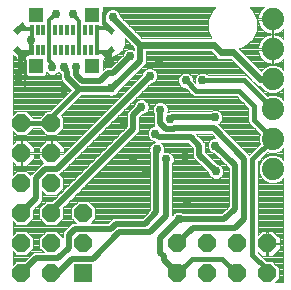
<source format=gbl>
G75*
%MOIN*%
%OFA0B0*%
%FSLAX25Y25*%
%IPPOS*%
%LPD*%
%AMOC8*
5,1,8,0,0,1.08239X$1,22.5*
%
%ADD10C,0.07400*%
%ADD11OC8,0.06000*%
%ADD12R,0.01181X0.03346*%
%ADD13R,0.04055X0.01969*%
%ADD14R,0.04756X0.04756*%
%ADD15R,0.06000X0.06000*%
%ADD16C,0.00400*%
%ADD17C,0.01200*%
%ADD18C,0.02978*%
%ADD19C,0.02000*%
%ADD20C,0.00800*%
%ADD21C,0.01600*%
%ADD22C,0.02400*%
D10*
X0098500Y0049500D03*
X0098500Y0059500D03*
X0098500Y0069500D03*
X0098500Y0079500D03*
X0098500Y0089500D03*
X0098500Y0099500D03*
D11*
X0014700Y0014800D03*
X0014700Y0024800D03*
X0014700Y0034800D03*
X0024700Y0034800D03*
X0024700Y0024800D03*
X0024700Y0014800D03*
X0035400Y0024800D03*
X0035400Y0034800D03*
X0024700Y0044800D03*
X0024700Y0054800D03*
X0024700Y0064800D03*
X0014700Y0064800D03*
X0014700Y0054800D03*
X0014700Y0044800D03*
X0066600Y0024700D03*
X0066600Y0014700D03*
X0076600Y0014700D03*
X0076600Y0024700D03*
X0086600Y0024700D03*
X0086600Y0014700D03*
X0096600Y0014700D03*
X0096600Y0024700D03*
D12*
X0039827Y0089132D03*
X0037858Y0089132D03*
X0035890Y0089132D03*
X0033921Y0089132D03*
X0031953Y0089132D03*
X0029984Y0089132D03*
X0028016Y0089132D03*
X0026047Y0089132D03*
X0024079Y0089132D03*
X0022110Y0089132D03*
X0020142Y0089132D03*
X0018173Y0089132D03*
X0018173Y0095668D03*
X0020142Y0095668D03*
X0022110Y0095668D03*
X0024079Y0095668D03*
X0026047Y0095668D03*
X0028016Y0095668D03*
X0029984Y0095668D03*
X0031953Y0095668D03*
X0033921Y0095668D03*
X0035890Y0095668D03*
X0037858Y0095668D03*
X0039827Y0095668D03*
D13*
G36*
X0042887Y0098377D02*
X0046037Y0095827D01*
X0044799Y0094297D01*
X0041649Y0096847D01*
X0042887Y0098377D01*
G37*
G36*
X0046037Y0088973D02*
X0042887Y0086423D01*
X0041649Y0087953D01*
X0044799Y0090503D01*
X0046037Y0088973D01*
G37*
G36*
X0013201Y0090503D02*
X0016351Y0087953D01*
X0015113Y0086423D01*
X0011963Y0088973D01*
X0013201Y0090503D01*
G37*
G36*
X0016391Y0096808D02*
X0013241Y0094258D01*
X0012003Y0095788D01*
X0015153Y0098338D01*
X0016391Y0096808D01*
G37*
D14*
X0019551Y0100865D03*
X0019551Y0083935D03*
X0038449Y0083935D03*
X0038449Y0100865D03*
D15*
X0035400Y0014800D03*
D16*
X0028500Y0026657D02*
X0026357Y0028800D01*
X0023043Y0028800D01*
X0020700Y0026457D01*
X0020700Y0023143D01*
X0022143Y0021700D01*
X0018772Y0021700D01*
X0017600Y0020528D01*
X0015872Y0018800D01*
X0013043Y0018800D01*
X0011800Y0017557D01*
X0011800Y0022043D01*
X0013043Y0020800D01*
X0016357Y0020800D01*
X0018700Y0023143D01*
X0018700Y0026457D01*
X0016357Y0028800D01*
X0013043Y0028800D01*
X0011800Y0027557D01*
X0011800Y0032043D01*
X0013043Y0030800D01*
X0016357Y0030800D01*
X0018700Y0033143D01*
X0018700Y0035972D01*
X0021700Y0038972D01*
X0021700Y0042143D01*
X0023043Y0040800D01*
X0026357Y0040800D01*
X0028700Y0043143D01*
X0028700Y0046457D01*
X0027443Y0047714D01*
X0028500Y0048772D01*
X0057839Y0078111D01*
X0057995Y0078111D01*
X0058910Y0078490D01*
X0059610Y0079190D01*
X0059989Y0080105D01*
X0059989Y0081095D01*
X0059610Y0082010D01*
X0058910Y0082710D01*
X0057995Y0083089D01*
X0057005Y0083089D01*
X0056090Y0082710D01*
X0055390Y0082010D01*
X0055011Y0081095D01*
X0055011Y0080939D01*
X0028672Y0054600D01*
X0024900Y0054600D01*
X0024900Y0055000D01*
X0024500Y0055000D01*
X0024500Y0059000D01*
X0022960Y0059000D01*
X0020500Y0056540D01*
X0020500Y0055000D01*
X0024500Y0055000D01*
X0024500Y0054600D01*
X0020500Y0054600D01*
X0020500Y0053060D01*
X0021960Y0051600D01*
X0021883Y0051600D01*
X0020712Y0050428D01*
X0018872Y0048588D01*
X0018872Y0048588D01*
X0017720Y0047437D01*
X0016357Y0048800D01*
X0013043Y0048800D01*
X0011800Y0047557D01*
X0011800Y0051760D01*
X0012960Y0050600D01*
X0014500Y0050600D01*
X0014500Y0054600D01*
X0014900Y0054600D01*
X0014900Y0055000D01*
X0014500Y0055000D01*
X0014500Y0059000D01*
X0012960Y0059000D01*
X0011800Y0057840D01*
X0011800Y0062043D01*
X0013043Y0060800D01*
X0016357Y0060800D01*
X0018557Y0063000D01*
X0020843Y0063000D01*
X0023043Y0060800D01*
X0026357Y0060800D01*
X0028700Y0063143D01*
X0028700Y0066457D01*
X0027821Y0067336D01*
X0034486Y0074000D01*
X0043990Y0074000D01*
X0044205Y0073911D01*
X0045195Y0073911D01*
X0045410Y0074000D01*
X0045480Y0074000D01*
X0045529Y0074049D01*
X0046110Y0074290D01*
X0046810Y0074990D01*
X0047051Y0075571D01*
X0056289Y0084809D01*
X0056289Y0088695D01*
X0077883Y0088695D01*
X0080378Y0086200D01*
X0084489Y0086200D01*
X0093389Y0077300D01*
X0094324Y0077300D01*
X0094516Y0076838D01*
X0095838Y0075516D01*
X0097565Y0074800D01*
X0099435Y0074800D01*
X0101162Y0075516D01*
X0102101Y0076454D01*
X0102101Y0072546D01*
X0101162Y0073484D01*
X0099435Y0074200D01*
X0097565Y0074200D01*
X0096703Y0073843D01*
X0090700Y0079846D01*
X0089646Y0080900D01*
X0076820Y0080900D01*
X0076510Y0081210D01*
X0075595Y0081589D01*
X0074605Y0081589D01*
X0073690Y0081210D01*
X0072990Y0080510D01*
X0072611Y0079595D01*
X0072611Y0078605D01*
X0072731Y0078314D01*
X0071989Y0079057D01*
X0071989Y0079495D01*
X0071610Y0080410D01*
X0070910Y0081110D01*
X0069995Y0081489D01*
X0069005Y0081489D01*
X0068090Y0081110D01*
X0067390Y0080410D01*
X0067011Y0079495D01*
X0067011Y0078505D01*
X0067390Y0077590D01*
X0068090Y0076890D01*
X0069005Y0076511D01*
X0069443Y0076511D01*
X0071100Y0074854D01*
X0072154Y0073800D01*
X0086454Y0073800D01*
X0090400Y0069854D01*
X0090400Y0065054D01*
X0091454Y0064000D01*
X0094157Y0061297D01*
X0093800Y0060435D01*
X0093800Y0058565D01*
X0094157Y0057703D01*
X0090641Y0054187D01*
X0089928Y0054900D01*
X0080377Y0064452D01*
X0080710Y0064590D01*
X0081410Y0065290D01*
X0081789Y0066205D01*
X0081789Y0067195D01*
X0081410Y0068110D01*
X0080710Y0068810D01*
X0079795Y0069189D01*
X0078805Y0069189D01*
X0077890Y0068810D01*
X0077780Y0068700D01*
X0063972Y0068700D01*
X0063861Y0068589D01*
X0063705Y0068589D01*
X0063336Y0068436D01*
X0063489Y0068805D01*
X0063489Y0069795D01*
X0063110Y0070710D01*
X0062410Y0071410D01*
X0061495Y0071789D01*
X0060505Y0071789D01*
X0059590Y0071410D01*
X0058890Y0070710D01*
X0058511Y0069795D01*
X0058511Y0068805D01*
X0058890Y0067890D01*
X0058911Y0067869D01*
X0058911Y0063909D01*
X0059031Y0063789D01*
X0058805Y0063789D01*
X0057890Y0063410D01*
X0057190Y0062710D01*
X0056811Y0061795D01*
X0056811Y0060805D01*
X0057190Y0059890D01*
X0057890Y0059190D01*
X0058805Y0058811D01*
X0058961Y0058811D01*
X0059318Y0058453D01*
X0058490Y0058110D01*
X0057790Y0057410D01*
X0057411Y0056495D01*
X0057411Y0055505D01*
X0057700Y0054807D01*
X0057700Y0035828D01*
X0055172Y0033300D01*
X0045412Y0033300D01*
X0043712Y0031600D01*
X0037857Y0031600D01*
X0039400Y0033143D01*
X0039400Y0036457D01*
X0037057Y0038800D01*
X0033743Y0038800D01*
X0031400Y0036457D01*
X0031400Y0033143D01*
X0032943Y0031600D01*
X0031672Y0031600D01*
X0029672Y0029600D01*
X0028500Y0028428D01*
X0028500Y0026657D01*
X0028500Y0026729D02*
X0028428Y0026729D01*
X0028500Y0027127D02*
X0028030Y0027127D01*
X0027631Y0027526D02*
X0028500Y0027526D01*
X0028500Y0027924D02*
X0027233Y0027924D01*
X0026834Y0028323D02*
X0028500Y0028323D01*
X0028793Y0028721D02*
X0026436Y0028721D01*
X0026357Y0030800D02*
X0028700Y0033143D01*
X0028700Y0036457D01*
X0028568Y0036589D01*
X0054089Y0062109D01*
X0054089Y0066761D01*
X0055039Y0067711D01*
X0055195Y0067711D01*
X0056110Y0068090D01*
X0056810Y0068790D01*
X0057189Y0069705D01*
X0057189Y0070695D01*
X0056810Y0071610D01*
X0056110Y0072310D01*
X0055195Y0072689D01*
X0054205Y0072689D01*
X0053290Y0072310D01*
X0052590Y0071610D01*
X0052211Y0070695D01*
X0052211Y0070539D01*
X0051261Y0069589D01*
X0050089Y0068417D01*
X0050089Y0063766D01*
X0025123Y0038800D01*
X0023043Y0038800D01*
X0020700Y0036457D01*
X0020700Y0033143D01*
X0023043Y0030800D01*
X0026357Y0030800D01*
X0026669Y0031112D02*
X0031184Y0031112D01*
X0031582Y0031511D02*
X0027068Y0031511D01*
X0027466Y0031909D02*
X0032634Y0031909D01*
X0032235Y0032308D02*
X0027865Y0032308D01*
X0028263Y0032706D02*
X0031837Y0032706D01*
X0031438Y0033105D02*
X0028662Y0033105D01*
X0028700Y0033503D02*
X0031400Y0033503D01*
X0031400Y0033902D02*
X0028700Y0033902D01*
X0028700Y0034300D02*
X0031400Y0034300D01*
X0031400Y0034699D02*
X0028700Y0034699D01*
X0028700Y0035097D02*
X0031400Y0035097D01*
X0031400Y0035496D02*
X0028700Y0035496D01*
X0028700Y0035894D02*
X0031400Y0035894D01*
X0031400Y0036293D02*
X0028700Y0036293D01*
X0028671Y0036691D02*
X0031634Y0036691D01*
X0032033Y0037090D02*
X0029070Y0037090D01*
X0029468Y0037488D02*
X0032432Y0037488D01*
X0032830Y0037887D02*
X0029867Y0037887D01*
X0030265Y0038285D02*
X0033229Y0038285D01*
X0033627Y0038684D02*
X0030664Y0038684D01*
X0031062Y0039082D02*
X0057700Y0039082D01*
X0057700Y0038684D02*
X0037173Y0038684D01*
X0037571Y0038285D02*
X0057700Y0038285D01*
X0057700Y0037887D02*
X0037970Y0037887D01*
X0038368Y0037488D02*
X0057700Y0037488D01*
X0057700Y0037090D02*
X0038767Y0037090D01*
X0039166Y0036691D02*
X0057700Y0036691D01*
X0057700Y0036293D02*
X0039400Y0036293D01*
X0039400Y0035894D02*
X0057700Y0035894D01*
X0057367Y0035496D02*
X0039400Y0035496D01*
X0039400Y0035097D02*
X0056969Y0035097D01*
X0056570Y0034699D02*
X0039400Y0034699D01*
X0039400Y0034300D02*
X0056172Y0034300D01*
X0055773Y0033902D02*
X0039400Y0033902D01*
X0039400Y0033503D02*
X0055375Y0033503D01*
X0057700Y0039481D02*
X0031461Y0039481D01*
X0031859Y0039879D02*
X0057700Y0039879D01*
X0057700Y0040278D02*
X0032258Y0040278D01*
X0032656Y0040676D02*
X0057700Y0040676D01*
X0057700Y0041075D02*
X0033055Y0041075D01*
X0033453Y0041473D02*
X0057700Y0041473D01*
X0057700Y0041872D02*
X0033852Y0041872D01*
X0034250Y0042270D02*
X0057700Y0042270D01*
X0057700Y0042669D02*
X0034649Y0042669D01*
X0035047Y0043068D02*
X0057700Y0043068D01*
X0057700Y0043466D02*
X0035446Y0043466D01*
X0035844Y0043865D02*
X0057700Y0043865D01*
X0057700Y0044263D02*
X0036243Y0044263D01*
X0036641Y0044662D02*
X0057700Y0044662D01*
X0057700Y0045060D02*
X0037040Y0045060D01*
X0037438Y0045459D02*
X0057700Y0045459D01*
X0057700Y0045857D02*
X0037837Y0045857D01*
X0038235Y0046256D02*
X0057700Y0046256D01*
X0057700Y0046654D02*
X0038634Y0046654D01*
X0039032Y0047053D02*
X0057700Y0047053D01*
X0057700Y0047451D02*
X0039431Y0047451D01*
X0039829Y0047850D02*
X0057700Y0047850D01*
X0057700Y0048248D02*
X0040228Y0048248D01*
X0040626Y0048647D02*
X0057700Y0048647D01*
X0057700Y0049045D02*
X0041025Y0049045D01*
X0041423Y0049444D02*
X0057700Y0049444D01*
X0057700Y0049842D02*
X0041822Y0049842D01*
X0042220Y0050241D02*
X0057700Y0050241D01*
X0057700Y0050639D02*
X0042619Y0050639D01*
X0043017Y0051038D02*
X0057700Y0051038D01*
X0057700Y0051436D02*
X0043416Y0051436D01*
X0043815Y0051835D02*
X0057700Y0051835D01*
X0057700Y0052233D02*
X0044213Y0052233D01*
X0044612Y0052632D02*
X0057700Y0052632D01*
X0057700Y0053030D02*
X0045010Y0053030D01*
X0045409Y0053429D02*
X0057700Y0053429D01*
X0057700Y0053827D02*
X0045807Y0053827D01*
X0046206Y0054226D02*
X0057700Y0054226D01*
X0057700Y0054624D02*
X0046604Y0054624D01*
X0047003Y0055023D02*
X0057611Y0055023D01*
X0057446Y0055421D02*
X0047401Y0055421D01*
X0047800Y0055820D02*
X0057411Y0055820D01*
X0057411Y0056218D02*
X0048198Y0056218D01*
X0048597Y0056617D02*
X0057461Y0056617D01*
X0057627Y0057015D02*
X0048995Y0057015D01*
X0049394Y0057414D02*
X0057794Y0057414D01*
X0058192Y0057812D02*
X0049792Y0057812D01*
X0050191Y0058211D02*
X0058734Y0058211D01*
X0059162Y0058609D02*
X0050589Y0058609D01*
X0050988Y0059008D02*
X0058329Y0059008D01*
X0057674Y0059406D02*
X0051386Y0059406D01*
X0051785Y0059805D02*
X0057275Y0059805D01*
X0057060Y0060203D02*
X0052183Y0060203D01*
X0052582Y0060602D02*
X0056895Y0060602D01*
X0056811Y0061001D02*
X0052980Y0061001D01*
X0053379Y0061399D02*
X0056811Y0061399D01*
X0056812Y0061798D02*
X0053777Y0061798D01*
X0054089Y0062196D02*
X0056977Y0062196D01*
X0057142Y0062595D02*
X0054089Y0062595D01*
X0054089Y0062993D02*
X0057473Y0062993D01*
X0057872Y0063392D02*
X0054089Y0063392D01*
X0054089Y0063790D02*
X0059030Y0063790D01*
X0058911Y0064189D02*
X0054089Y0064189D01*
X0054089Y0064587D02*
X0058911Y0064587D01*
X0058911Y0064986D02*
X0054089Y0064986D01*
X0054089Y0065384D02*
X0058911Y0065384D01*
X0058911Y0065783D02*
X0054089Y0065783D01*
X0054089Y0066181D02*
X0058911Y0066181D01*
X0058911Y0066580D02*
X0054089Y0066580D01*
X0054307Y0066978D02*
X0058911Y0066978D01*
X0058911Y0067377D02*
X0054705Y0067377D01*
X0055350Y0067775D02*
X0058911Y0067775D01*
X0058772Y0068174D02*
X0056194Y0068174D01*
X0056592Y0068572D02*
X0058607Y0068572D01*
X0058511Y0068971D02*
X0056885Y0068971D01*
X0057050Y0069369D02*
X0058511Y0069369D01*
X0058511Y0069768D02*
X0057189Y0069768D01*
X0057189Y0070166D02*
X0058665Y0070166D01*
X0058830Y0070565D02*
X0057189Y0070565D01*
X0057078Y0070963D02*
X0059143Y0070963D01*
X0059542Y0071362D02*
X0056913Y0071362D01*
X0056660Y0071760D02*
X0060436Y0071760D01*
X0061564Y0071760D02*
X0088494Y0071760D01*
X0088893Y0071362D02*
X0062458Y0071362D01*
X0062857Y0070963D02*
X0089291Y0070963D01*
X0089690Y0070565D02*
X0063170Y0070565D01*
X0063335Y0070166D02*
X0090088Y0070166D01*
X0090400Y0069768D02*
X0063489Y0069768D01*
X0063489Y0069369D02*
X0090400Y0069369D01*
X0090400Y0068971D02*
X0080322Y0068971D01*
X0080948Y0068572D02*
X0090400Y0068572D01*
X0090400Y0068174D02*
X0081346Y0068174D01*
X0081549Y0067775D02*
X0090400Y0067775D01*
X0090400Y0067377D02*
X0081714Y0067377D01*
X0081789Y0066978D02*
X0090400Y0066978D01*
X0090400Y0066580D02*
X0081789Y0066580D01*
X0081779Y0066181D02*
X0090400Y0066181D01*
X0090400Y0065783D02*
X0081614Y0065783D01*
X0081449Y0065384D02*
X0090400Y0065384D01*
X0090469Y0064986D02*
X0081106Y0064986D01*
X0080703Y0064587D02*
X0090867Y0064587D01*
X0091266Y0064189D02*
X0080640Y0064189D01*
X0081038Y0063790D02*
X0091664Y0063790D01*
X0092063Y0063392D02*
X0081437Y0063392D01*
X0081835Y0062993D02*
X0092461Y0062993D01*
X0092860Y0062595D02*
X0082234Y0062595D01*
X0082632Y0062196D02*
X0093258Y0062196D01*
X0093657Y0061798D02*
X0083031Y0061798D01*
X0083429Y0061399D02*
X0094055Y0061399D01*
X0094034Y0061001D02*
X0083828Y0061001D01*
X0084226Y0060602D02*
X0093869Y0060602D01*
X0093800Y0060203D02*
X0084625Y0060203D01*
X0085023Y0059805D02*
X0093800Y0059805D01*
X0093800Y0059406D02*
X0085422Y0059406D01*
X0085820Y0059008D02*
X0093800Y0059008D01*
X0093800Y0058609D02*
X0086219Y0058609D01*
X0086617Y0058211D02*
X0093947Y0058211D01*
X0094112Y0057812D02*
X0087016Y0057812D01*
X0087414Y0057414D02*
X0093868Y0057414D01*
X0093470Y0057015D02*
X0087813Y0057015D01*
X0088212Y0056617D02*
X0093071Y0056617D01*
X0092673Y0056218D02*
X0088610Y0056218D01*
X0089009Y0055820D02*
X0092274Y0055820D01*
X0091876Y0055421D02*
X0089407Y0055421D01*
X0089806Y0055023D02*
X0091477Y0055023D01*
X0091079Y0054624D02*
X0090204Y0054624D01*
X0090603Y0054226D02*
X0090680Y0054226D01*
X0093500Y0051954D02*
X0096703Y0055157D01*
X0097565Y0054800D01*
X0099435Y0054800D01*
X0101162Y0055516D01*
X0102101Y0056454D01*
X0102101Y0052546D01*
X0101162Y0053484D01*
X0099435Y0054200D01*
X0097565Y0054200D01*
X0095838Y0053484D01*
X0094516Y0052162D01*
X0093800Y0050435D01*
X0093800Y0048565D01*
X0094516Y0046838D01*
X0095838Y0045516D01*
X0097565Y0044800D01*
X0099435Y0044800D01*
X0101162Y0045516D01*
X0102101Y0046454D01*
X0102101Y0011800D01*
X0099357Y0011800D01*
X0100600Y0013043D01*
X0100600Y0016357D01*
X0098257Y0018700D01*
X0096446Y0018700D01*
X0093500Y0021646D01*
X0093500Y0021860D01*
X0094860Y0020500D01*
X0096400Y0020500D01*
X0096400Y0024500D01*
X0096800Y0024500D01*
X0096800Y0024900D01*
X0100800Y0024900D01*
X0100800Y0026440D01*
X0098340Y0028900D01*
X0096800Y0028900D01*
X0096800Y0024900D01*
X0096400Y0024900D01*
X0096400Y0028900D01*
X0094860Y0028900D01*
X0093500Y0027540D01*
X0093500Y0051954D01*
X0093500Y0051835D02*
X0094380Y0051835D01*
X0094215Y0051436D02*
X0093500Y0051436D01*
X0093500Y0051038D02*
X0094050Y0051038D01*
X0093885Y0050639D02*
X0093500Y0050639D01*
X0093500Y0050241D02*
X0093800Y0050241D01*
X0093800Y0049842D02*
X0093500Y0049842D01*
X0093500Y0049444D02*
X0093800Y0049444D01*
X0093800Y0049045D02*
X0093500Y0049045D01*
X0093500Y0048647D02*
X0093800Y0048647D01*
X0093931Y0048248D02*
X0093500Y0048248D01*
X0093500Y0047850D02*
X0094096Y0047850D01*
X0094261Y0047451D02*
X0093500Y0047451D01*
X0093500Y0047053D02*
X0094426Y0047053D01*
X0094699Y0046654D02*
X0093500Y0046654D01*
X0093500Y0046256D02*
X0095098Y0046256D01*
X0095496Y0045857D02*
X0093500Y0045857D01*
X0093500Y0045459D02*
X0095975Y0045459D01*
X0096937Y0045060D02*
X0093500Y0045060D01*
X0093500Y0044662D02*
X0102101Y0044662D01*
X0102101Y0045060D02*
X0100063Y0045060D01*
X0101025Y0045459D02*
X0102101Y0045459D01*
X0102101Y0045857D02*
X0101504Y0045857D01*
X0101902Y0046256D02*
X0102101Y0046256D01*
X0102101Y0044263D02*
X0093500Y0044263D01*
X0093500Y0043865D02*
X0102101Y0043865D01*
X0102101Y0043466D02*
X0093500Y0043466D01*
X0093500Y0043068D02*
X0102101Y0043068D01*
X0102101Y0042669D02*
X0093500Y0042669D01*
X0093500Y0042270D02*
X0102101Y0042270D01*
X0102101Y0041872D02*
X0093500Y0041872D01*
X0093500Y0041473D02*
X0102101Y0041473D01*
X0102101Y0041075D02*
X0093500Y0041075D01*
X0093500Y0040676D02*
X0102101Y0040676D01*
X0102101Y0040278D02*
X0093500Y0040278D01*
X0093500Y0039879D02*
X0102101Y0039879D01*
X0102101Y0039481D02*
X0093500Y0039481D01*
X0093500Y0039082D02*
X0102101Y0039082D01*
X0102101Y0038684D02*
X0093500Y0038684D01*
X0093500Y0038285D02*
X0102101Y0038285D01*
X0102101Y0037887D02*
X0093500Y0037887D01*
X0093500Y0037488D02*
X0102101Y0037488D01*
X0102101Y0037090D02*
X0093500Y0037090D01*
X0093500Y0036691D02*
X0102101Y0036691D01*
X0102101Y0036293D02*
X0093500Y0036293D01*
X0093500Y0035894D02*
X0102101Y0035894D01*
X0102101Y0035496D02*
X0093500Y0035496D01*
X0093500Y0035097D02*
X0102101Y0035097D01*
X0102101Y0034699D02*
X0093500Y0034699D01*
X0093500Y0034300D02*
X0102101Y0034300D01*
X0102101Y0033902D02*
X0093500Y0033902D01*
X0093500Y0033503D02*
X0102101Y0033503D01*
X0102101Y0033105D02*
X0093500Y0033105D01*
X0093500Y0032706D02*
X0102101Y0032706D01*
X0102101Y0032308D02*
X0093500Y0032308D01*
X0093500Y0031909D02*
X0102101Y0031909D01*
X0102101Y0031511D02*
X0093500Y0031511D01*
X0093500Y0031112D02*
X0102101Y0031112D01*
X0102101Y0030714D02*
X0093500Y0030714D01*
X0093500Y0030315D02*
X0102101Y0030315D01*
X0102101Y0029917D02*
X0093500Y0029917D01*
X0093500Y0029518D02*
X0102101Y0029518D01*
X0102101Y0029120D02*
X0093500Y0029120D01*
X0093500Y0028721D02*
X0094681Y0028721D01*
X0094283Y0028323D02*
X0093500Y0028323D01*
X0093500Y0027924D02*
X0093884Y0027924D01*
X0096400Y0027924D02*
X0096800Y0027924D01*
X0096800Y0027526D02*
X0096400Y0027526D01*
X0096400Y0027127D02*
X0096800Y0027127D01*
X0096800Y0026729D02*
X0096400Y0026729D01*
X0096400Y0026330D02*
X0096800Y0026330D01*
X0096800Y0025932D02*
X0096400Y0025932D01*
X0096400Y0025533D02*
X0096800Y0025533D01*
X0096800Y0025134D02*
X0096400Y0025134D01*
X0096800Y0024736D02*
X0102101Y0024736D01*
X0102101Y0025134D02*
X0100800Y0025134D01*
X0100800Y0025533D02*
X0102101Y0025533D01*
X0102101Y0025932D02*
X0100800Y0025932D01*
X0100800Y0026330D02*
X0102101Y0026330D01*
X0102101Y0026729D02*
X0100511Y0026729D01*
X0100113Y0027127D02*
X0102101Y0027127D01*
X0102101Y0027526D02*
X0099714Y0027526D01*
X0099316Y0027924D02*
X0102101Y0027924D01*
X0102101Y0028323D02*
X0098917Y0028323D01*
X0098519Y0028721D02*
X0102101Y0028721D01*
X0102101Y0024337D02*
X0100800Y0024337D01*
X0100800Y0024500D02*
X0096800Y0024500D01*
X0096800Y0020500D01*
X0098340Y0020500D01*
X0100800Y0022960D01*
X0100800Y0024500D01*
X0100800Y0023939D02*
X0102101Y0023939D01*
X0102101Y0023540D02*
X0100800Y0023540D01*
X0100800Y0023142D02*
X0102101Y0023142D01*
X0102101Y0022743D02*
X0100583Y0022743D01*
X0100185Y0022345D02*
X0102101Y0022345D01*
X0102101Y0021946D02*
X0099786Y0021946D01*
X0099388Y0021548D02*
X0102101Y0021548D01*
X0102101Y0021149D02*
X0098989Y0021149D01*
X0098591Y0020751D02*
X0102101Y0020751D01*
X0102101Y0020352D02*
X0094793Y0020352D01*
X0094609Y0020751D02*
X0094395Y0020751D01*
X0094211Y0021149D02*
X0093996Y0021149D01*
X0093812Y0021548D02*
X0093598Y0021548D01*
X0095192Y0019954D02*
X0102101Y0019954D01*
X0102101Y0019555D02*
X0095590Y0019555D01*
X0095989Y0019157D02*
X0102101Y0019157D01*
X0102101Y0018758D02*
X0096387Y0018758D01*
X0096400Y0020751D02*
X0096800Y0020751D01*
X0096800Y0021149D02*
X0096400Y0021149D01*
X0096400Y0021548D02*
X0096800Y0021548D01*
X0096800Y0021946D02*
X0096400Y0021946D01*
X0096400Y0022345D02*
X0096800Y0022345D01*
X0096800Y0022743D02*
X0096400Y0022743D01*
X0096400Y0023142D02*
X0096800Y0023142D01*
X0096800Y0023540D02*
X0096400Y0023540D01*
X0096400Y0023939D02*
X0096800Y0023939D01*
X0096800Y0024337D02*
X0096400Y0024337D01*
X0096400Y0028323D02*
X0096800Y0028323D01*
X0096800Y0028721D02*
X0096400Y0028721D01*
X0098597Y0018360D02*
X0102101Y0018360D01*
X0102101Y0017961D02*
X0098996Y0017961D01*
X0099394Y0017563D02*
X0102101Y0017563D01*
X0102101Y0017164D02*
X0099793Y0017164D01*
X0100191Y0016766D02*
X0102101Y0016766D01*
X0102101Y0016367D02*
X0100590Y0016367D01*
X0100600Y0015969D02*
X0102101Y0015969D01*
X0102101Y0015570D02*
X0100600Y0015570D01*
X0100600Y0015172D02*
X0102101Y0015172D01*
X0102101Y0014773D02*
X0100600Y0014773D01*
X0100600Y0014375D02*
X0102101Y0014375D01*
X0102101Y0013976D02*
X0100600Y0013976D01*
X0100600Y0013578D02*
X0102101Y0013578D01*
X0102101Y0013179D02*
X0100600Y0013179D01*
X0100337Y0012781D02*
X0102101Y0012781D01*
X0102101Y0012382D02*
X0099939Y0012382D01*
X0099540Y0011984D02*
X0102101Y0011984D01*
X0081572Y0034700D02*
X0072046Y0034700D01*
X0071035Y0034719D01*
X0070103Y0034737D01*
X0070103Y0034737D01*
X0070103Y0034737D01*
X0070065Y0034700D01*
X0068820Y0034700D01*
X0068610Y0034910D01*
X0067695Y0035289D01*
X0066705Y0035289D01*
X0065790Y0034910D01*
X0065090Y0034210D01*
X0065000Y0033993D01*
X0065000Y0051280D01*
X0065110Y0051390D01*
X0065489Y0052305D01*
X0065489Y0053295D01*
X0065110Y0054210D01*
X0064410Y0054910D01*
X0063495Y0055289D01*
X0062505Y0055289D01*
X0062257Y0055186D01*
X0062389Y0055505D01*
X0062389Y0056495D01*
X0062010Y0057410D01*
X0061409Y0058011D01*
X0070361Y0058011D01*
X0072000Y0056372D01*
X0072000Y0053472D01*
X0073172Y0052300D01*
X0077111Y0048361D01*
X0077111Y0048205D01*
X0077490Y0047290D01*
X0078190Y0046590D01*
X0079105Y0046211D01*
X0080095Y0046211D01*
X0081010Y0046590D01*
X0081710Y0047290D01*
X0082089Y0048205D01*
X0082089Y0049195D01*
X0081710Y0050110D01*
X0081010Y0050810D01*
X0080095Y0051189D01*
X0079939Y0051189D01*
X0076000Y0055128D01*
X0076000Y0058028D01*
X0073189Y0060839D01*
X0073028Y0061000D01*
X0078172Y0061000D01*
X0079383Y0059789D01*
X0078905Y0059789D01*
X0077990Y0059410D01*
X0077290Y0058710D01*
X0076911Y0057795D01*
X0076911Y0056805D01*
X0077290Y0055890D01*
X0077990Y0055190D01*
X0078905Y0054811D01*
X0079061Y0054811D01*
X0084000Y0049872D01*
X0084000Y0037128D01*
X0081572Y0034700D01*
X0081969Y0035097D02*
X0068158Y0035097D01*
X0066242Y0035097D02*
X0065000Y0035097D01*
X0065000Y0034699D02*
X0065579Y0034699D01*
X0065180Y0034300D02*
X0065000Y0034300D01*
X0065000Y0035496D02*
X0082367Y0035496D01*
X0082766Y0035894D02*
X0065000Y0035894D01*
X0065000Y0036293D02*
X0083164Y0036293D01*
X0083563Y0036691D02*
X0065000Y0036691D01*
X0065000Y0037090D02*
X0083961Y0037090D01*
X0084000Y0037488D02*
X0065000Y0037488D01*
X0065000Y0037887D02*
X0084000Y0037887D01*
X0084000Y0038285D02*
X0065000Y0038285D01*
X0065000Y0038684D02*
X0084000Y0038684D01*
X0084000Y0039082D02*
X0065000Y0039082D01*
X0065000Y0039481D02*
X0084000Y0039481D01*
X0084000Y0039879D02*
X0065000Y0039879D01*
X0065000Y0040278D02*
X0084000Y0040278D01*
X0084000Y0040676D02*
X0065000Y0040676D01*
X0065000Y0041075D02*
X0084000Y0041075D01*
X0084000Y0041473D02*
X0065000Y0041473D01*
X0065000Y0041872D02*
X0084000Y0041872D01*
X0084000Y0042270D02*
X0065000Y0042270D01*
X0065000Y0042669D02*
X0084000Y0042669D01*
X0084000Y0043068D02*
X0065000Y0043068D01*
X0065000Y0043466D02*
X0084000Y0043466D01*
X0084000Y0043865D02*
X0065000Y0043865D01*
X0065000Y0044263D02*
X0084000Y0044263D01*
X0084000Y0044662D02*
X0065000Y0044662D01*
X0065000Y0045060D02*
X0084000Y0045060D01*
X0084000Y0045459D02*
X0065000Y0045459D01*
X0065000Y0045857D02*
X0084000Y0045857D01*
X0084000Y0046256D02*
X0080203Y0046256D01*
X0081074Y0046654D02*
X0084000Y0046654D01*
X0084000Y0047053D02*
X0081473Y0047053D01*
X0081777Y0047451D02*
X0084000Y0047451D01*
X0084000Y0047850D02*
X0081942Y0047850D01*
X0082089Y0048248D02*
X0084000Y0048248D01*
X0084000Y0048647D02*
X0082089Y0048647D01*
X0082089Y0049045D02*
X0084000Y0049045D01*
X0084000Y0049444D02*
X0081986Y0049444D01*
X0081821Y0049842D02*
X0084000Y0049842D01*
X0083631Y0050241D02*
X0081579Y0050241D01*
X0081181Y0050639D02*
X0083232Y0050639D01*
X0082834Y0051038D02*
X0080460Y0051038D01*
X0079692Y0051436D02*
X0082435Y0051436D01*
X0082037Y0051835D02*
X0079294Y0051835D01*
X0078895Y0052233D02*
X0081638Y0052233D01*
X0081240Y0052632D02*
X0078497Y0052632D01*
X0078098Y0053030D02*
X0080841Y0053030D01*
X0080443Y0053429D02*
X0077700Y0053429D01*
X0077301Y0053827D02*
X0080044Y0053827D01*
X0079646Y0054226D02*
X0076903Y0054226D01*
X0076504Y0054624D02*
X0079247Y0054624D01*
X0078394Y0055023D02*
X0076106Y0055023D01*
X0076000Y0055421D02*
X0077759Y0055421D01*
X0077360Y0055820D02*
X0076000Y0055820D01*
X0076000Y0056218D02*
X0077154Y0056218D01*
X0076989Y0056617D02*
X0076000Y0056617D01*
X0076000Y0057015D02*
X0076911Y0057015D01*
X0076911Y0057414D02*
X0076000Y0057414D01*
X0076000Y0057812D02*
X0076918Y0057812D01*
X0077083Y0058211D02*
X0075817Y0058211D01*
X0075419Y0058609D02*
X0077248Y0058609D01*
X0077588Y0059008D02*
X0075020Y0059008D01*
X0074622Y0059406D02*
X0077987Y0059406D01*
X0078968Y0060203D02*
X0073825Y0060203D01*
X0074223Y0059805D02*
X0079367Y0059805D01*
X0078570Y0060602D02*
X0073426Y0060602D01*
X0070559Y0057812D02*
X0061607Y0057812D01*
X0062006Y0057414D02*
X0070958Y0057414D01*
X0071356Y0057015D02*
X0062173Y0057015D01*
X0062339Y0056617D02*
X0071755Y0056617D01*
X0072000Y0056218D02*
X0062389Y0056218D01*
X0062389Y0055820D02*
X0072000Y0055820D01*
X0072000Y0055421D02*
X0062354Y0055421D01*
X0064138Y0055023D02*
X0072000Y0055023D01*
X0072000Y0054624D02*
X0064696Y0054624D01*
X0065094Y0054226D02*
X0072000Y0054226D01*
X0072000Y0053827D02*
X0065269Y0053827D01*
X0065434Y0053429D02*
X0072043Y0053429D01*
X0072441Y0053030D02*
X0065489Y0053030D01*
X0065489Y0052632D02*
X0072840Y0052632D01*
X0073238Y0052233D02*
X0065459Y0052233D01*
X0065294Y0051835D02*
X0073637Y0051835D01*
X0074035Y0051436D02*
X0065129Y0051436D01*
X0065000Y0051038D02*
X0074434Y0051038D01*
X0074832Y0050639D02*
X0065000Y0050639D01*
X0065000Y0050241D02*
X0075231Y0050241D01*
X0075629Y0049842D02*
X0065000Y0049842D01*
X0065000Y0049444D02*
X0076028Y0049444D01*
X0076426Y0049045D02*
X0065000Y0049045D01*
X0065000Y0048647D02*
X0076825Y0048647D01*
X0077111Y0048248D02*
X0065000Y0048248D01*
X0065000Y0047850D02*
X0077258Y0047850D01*
X0077423Y0047451D02*
X0065000Y0047451D01*
X0065000Y0047053D02*
X0077727Y0047053D01*
X0078126Y0046654D02*
X0065000Y0046654D01*
X0065000Y0046256D02*
X0078997Y0046256D01*
X0093779Y0052233D02*
X0094586Y0052233D01*
X0094985Y0052632D02*
X0094177Y0052632D01*
X0094576Y0053030D02*
X0095383Y0053030D01*
X0095782Y0053429D02*
X0094974Y0053429D01*
X0095373Y0053827D02*
X0096665Y0053827D01*
X0096170Y0054624D02*
X0102101Y0054624D01*
X0102101Y0054226D02*
X0095771Y0054226D01*
X0096568Y0055023D02*
X0097027Y0055023D01*
X0099973Y0055023D02*
X0102101Y0055023D01*
X0102101Y0055421D02*
X0100935Y0055421D01*
X0101467Y0055820D02*
X0102101Y0055820D01*
X0102101Y0056218D02*
X0101865Y0056218D01*
X0102101Y0053827D02*
X0100335Y0053827D01*
X0101218Y0053429D02*
X0102101Y0053429D01*
X0102101Y0053030D02*
X0101616Y0053030D01*
X0102015Y0052632D02*
X0102101Y0052632D01*
X0102089Y0072557D02*
X0102101Y0072557D01*
X0102101Y0072956D02*
X0101691Y0072956D01*
X0101292Y0073354D02*
X0102101Y0073354D01*
X0102101Y0073753D02*
X0100514Y0073753D01*
X0099552Y0074151D02*
X0102101Y0074151D01*
X0102101Y0074550D02*
X0095996Y0074550D01*
X0096394Y0074151D02*
X0097448Y0074151D01*
X0097207Y0074948D02*
X0095597Y0074948D01*
X0095199Y0075347D02*
X0096245Y0075347D01*
X0095608Y0075745D02*
X0094800Y0075745D01*
X0094402Y0076144D02*
X0095209Y0076144D01*
X0094811Y0076542D02*
X0094003Y0076542D01*
X0093605Y0076941D02*
X0094473Y0076941D01*
X0093349Y0077339D02*
X0093206Y0077339D01*
X0092951Y0077738D02*
X0092808Y0077738D01*
X0092552Y0078137D02*
X0092409Y0078137D01*
X0092154Y0078535D02*
X0092011Y0078535D01*
X0091755Y0078934D02*
X0091612Y0078934D01*
X0091357Y0079332D02*
X0091214Y0079332D01*
X0090958Y0079731D02*
X0090815Y0079731D01*
X0090560Y0080129D02*
X0090417Y0080129D01*
X0090161Y0080528D02*
X0090018Y0080528D01*
X0089763Y0080926D02*
X0076794Y0080926D01*
X0076233Y0081325D02*
X0089364Y0081325D01*
X0088966Y0081723D02*
X0059729Y0081723D01*
X0059894Y0081325D02*
X0068608Y0081325D01*
X0067906Y0080926D02*
X0059989Y0080926D01*
X0059989Y0080528D02*
X0067508Y0080528D01*
X0067274Y0080129D02*
X0059989Y0080129D01*
X0059834Y0079731D02*
X0067109Y0079731D01*
X0067011Y0079332D02*
X0059669Y0079332D01*
X0059353Y0078934D02*
X0067011Y0078934D01*
X0067011Y0078535D02*
X0058955Y0078535D01*
X0058057Y0078137D02*
X0067164Y0078137D01*
X0067329Y0077738D02*
X0057466Y0077738D01*
X0057068Y0077339D02*
X0067641Y0077339D01*
X0068039Y0076941D02*
X0056669Y0076941D01*
X0056271Y0076542D02*
X0068929Y0076542D01*
X0069810Y0076144D02*
X0055872Y0076144D01*
X0055474Y0075745D02*
X0070209Y0075745D01*
X0070607Y0075347D02*
X0055075Y0075347D01*
X0054677Y0074948D02*
X0071006Y0074948D01*
X0071405Y0074550D02*
X0054278Y0074550D01*
X0053880Y0074151D02*
X0071803Y0074151D01*
X0072511Y0078535D02*
X0072640Y0078535D01*
X0072611Y0078934D02*
X0072112Y0078934D01*
X0071989Y0079332D02*
X0072611Y0079332D01*
X0072667Y0079731D02*
X0071891Y0079731D01*
X0071726Y0080129D02*
X0072832Y0080129D01*
X0073008Y0080528D02*
X0071492Y0080528D01*
X0071094Y0080926D02*
X0073406Y0080926D01*
X0073967Y0081325D02*
X0070392Y0081325D01*
X0078080Y0088498D02*
X0056289Y0088498D01*
X0056289Y0088099D02*
X0078479Y0088099D01*
X0078877Y0087701D02*
X0056289Y0087701D01*
X0056289Y0087302D02*
X0079276Y0087302D01*
X0079674Y0086904D02*
X0056289Y0086904D01*
X0056289Y0086505D02*
X0080073Y0086505D01*
X0084582Y0086107D02*
X0056289Y0086107D01*
X0056289Y0085708D02*
X0084980Y0085708D01*
X0085379Y0085310D02*
X0056289Y0085310D01*
X0056289Y0084911D02*
X0085778Y0084911D01*
X0086176Y0084513D02*
X0055992Y0084513D01*
X0055594Y0084114D02*
X0086575Y0084114D01*
X0086973Y0083716D02*
X0055195Y0083716D01*
X0054797Y0083317D02*
X0087372Y0083317D01*
X0087770Y0082919D02*
X0058406Y0082919D01*
X0059100Y0082520D02*
X0088169Y0082520D01*
X0088567Y0082122D02*
X0059498Y0082122D01*
X0056594Y0082919D02*
X0054398Y0082919D01*
X0054000Y0082520D02*
X0055900Y0082520D01*
X0055502Y0082122D02*
X0053601Y0082122D01*
X0053203Y0081723D02*
X0055271Y0081723D01*
X0055106Y0081325D02*
X0052804Y0081325D01*
X0052406Y0080926D02*
X0054998Y0080926D01*
X0054599Y0080528D02*
X0052007Y0080528D01*
X0051609Y0080129D02*
X0054201Y0080129D01*
X0053802Y0079731D02*
X0051210Y0079731D01*
X0050812Y0079332D02*
X0053404Y0079332D01*
X0053005Y0078934D02*
X0050413Y0078934D01*
X0050015Y0078535D02*
X0052607Y0078535D01*
X0052208Y0078137D02*
X0049616Y0078137D01*
X0049218Y0077738D02*
X0051810Y0077738D01*
X0051411Y0077339D02*
X0048819Y0077339D01*
X0048421Y0076941D02*
X0051013Y0076941D01*
X0050614Y0076542D02*
X0048022Y0076542D01*
X0047624Y0076144D02*
X0050216Y0076144D01*
X0049817Y0075745D02*
X0047225Y0075745D01*
X0046958Y0075347D02*
X0049419Y0075347D01*
X0049020Y0074948D02*
X0046768Y0074948D01*
X0046370Y0074550D02*
X0048621Y0074550D01*
X0048223Y0074151D02*
X0045775Y0074151D01*
X0047027Y0072956D02*
X0033442Y0072956D01*
X0033840Y0073354D02*
X0047426Y0073354D01*
X0047824Y0073753D02*
X0034239Y0073753D01*
X0033043Y0072557D02*
X0046629Y0072557D01*
X0046230Y0072159D02*
X0032645Y0072159D01*
X0032246Y0071760D02*
X0045832Y0071760D01*
X0045433Y0071362D02*
X0031848Y0071362D01*
X0031449Y0070963D02*
X0045035Y0070963D01*
X0044636Y0070565D02*
X0031051Y0070565D01*
X0030652Y0070166D02*
X0044238Y0070166D01*
X0043839Y0069768D02*
X0030254Y0069768D01*
X0029855Y0069369D02*
X0043441Y0069369D01*
X0043042Y0068971D02*
X0029456Y0068971D01*
X0029058Y0068572D02*
X0042644Y0068572D01*
X0042245Y0068174D02*
X0028659Y0068174D01*
X0028261Y0067775D02*
X0041847Y0067775D01*
X0041448Y0067377D02*
X0027862Y0067377D01*
X0028179Y0066978D02*
X0041050Y0066978D01*
X0040651Y0066580D02*
X0028577Y0066580D01*
X0028700Y0066181D02*
X0040253Y0066181D01*
X0039854Y0065783D02*
X0028700Y0065783D01*
X0028700Y0065384D02*
X0039456Y0065384D01*
X0039057Y0064986D02*
X0028700Y0064986D01*
X0028700Y0064587D02*
X0038659Y0064587D01*
X0038260Y0064189D02*
X0028700Y0064189D01*
X0028700Y0063790D02*
X0037862Y0063790D01*
X0037463Y0063392D02*
X0028700Y0063392D01*
X0028550Y0062993D02*
X0037065Y0062993D01*
X0036666Y0062595D02*
X0028151Y0062595D01*
X0027753Y0062196D02*
X0036268Y0062196D01*
X0035869Y0061798D02*
X0027354Y0061798D01*
X0026956Y0061399D02*
X0035471Y0061399D01*
X0035072Y0061001D02*
X0026557Y0061001D01*
X0026440Y0059000D02*
X0024900Y0059000D01*
X0024900Y0055000D01*
X0028900Y0055000D01*
X0028900Y0056540D01*
X0026440Y0059000D01*
X0026830Y0058609D02*
X0032681Y0058609D01*
X0032283Y0058211D02*
X0027229Y0058211D01*
X0027627Y0057812D02*
X0031884Y0057812D01*
X0031485Y0057414D02*
X0028026Y0057414D01*
X0028424Y0057015D02*
X0031087Y0057015D01*
X0030688Y0056617D02*
X0028823Y0056617D01*
X0028900Y0056218D02*
X0030290Y0056218D01*
X0029891Y0055820D02*
X0028900Y0055820D01*
X0028900Y0055421D02*
X0029493Y0055421D01*
X0029094Y0055023D02*
X0028900Y0055023D01*
X0028696Y0054624D02*
X0024900Y0054624D01*
X0024900Y0055023D02*
X0024500Y0055023D01*
X0024500Y0055421D02*
X0024900Y0055421D01*
X0024900Y0055820D02*
X0024500Y0055820D01*
X0024500Y0056218D02*
X0024900Y0056218D01*
X0024900Y0056617D02*
X0024500Y0056617D01*
X0024500Y0057015D02*
X0024900Y0057015D01*
X0024900Y0057414D02*
X0024500Y0057414D01*
X0024500Y0057812D02*
X0024900Y0057812D01*
X0024900Y0058211D02*
X0024500Y0058211D01*
X0024500Y0058609D02*
X0024900Y0058609D01*
X0022570Y0058609D02*
X0016830Y0058609D01*
X0016440Y0059000D02*
X0014900Y0059000D01*
X0014900Y0055000D01*
X0018900Y0055000D01*
X0018900Y0056540D01*
X0016440Y0059000D01*
X0017229Y0058211D02*
X0022171Y0058211D01*
X0021773Y0057812D02*
X0017627Y0057812D01*
X0018026Y0057414D02*
X0021374Y0057414D01*
X0020976Y0057015D02*
X0018424Y0057015D01*
X0018823Y0056617D02*
X0020577Y0056617D01*
X0020500Y0056218D02*
X0018900Y0056218D01*
X0018900Y0055820D02*
X0020500Y0055820D01*
X0020500Y0055421D02*
X0018900Y0055421D01*
X0018900Y0055023D02*
X0020500Y0055023D01*
X0020500Y0054226D02*
X0018900Y0054226D01*
X0018900Y0054600D02*
X0018900Y0053060D01*
X0016440Y0050600D01*
X0014900Y0050600D01*
X0014900Y0054600D01*
X0018900Y0054600D01*
X0018900Y0053827D02*
X0020500Y0053827D01*
X0020500Y0053429D02*
X0018900Y0053429D01*
X0018870Y0053030D02*
X0020530Y0053030D01*
X0020929Y0052632D02*
X0018471Y0052632D01*
X0018073Y0052233D02*
X0021327Y0052233D01*
X0021726Y0051835D02*
X0017674Y0051835D01*
X0017276Y0051436D02*
X0021720Y0051436D01*
X0021321Y0051038D02*
X0016877Y0051038D01*
X0016479Y0050639D02*
X0020923Y0050639D01*
X0020712Y0050428D02*
X0020712Y0050428D01*
X0020524Y0050241D02*
X0011800Y0050241D01*
X0011800Y0050639D02*
X0012921Y0050639D01*
X0012523Y0051038D02*
X0011800Y0051038D01*
X0011800Y0051436D02*
X0012124Y0051436D01*
X0011800Y0049842D02*
X0020126Y0049842D01*
X0019727Y0049444D02*
X0011800Y0049444D01*
X0011800Y0049045D02*
X0019329Y0049045D01*
X0018930Y0048647D02*
X0016510Y0048647D01*
X0016909Y0048248D02*
X0018532Y0048248D01*
X0018133Y0047850D02*
X0017307Y0047850D01*
X0017706Y0047451D02*
X0017734Y0047451D01*
X0014900Y0050639D02*
X0014500Y0050639D01*
X0014500Y0051038D02*
X0014900Y0051038D01*
X0014900Y0051436D02*
X0014500Y0051436D01*
X0014500Y0051835D02*
X0014900Y0051835D01*
X0014900Y0052233D02*
X0014500Y0052233D01*
X0014500Y0052632D02*
X0014900Y0052632D01*
X0014900Y0053030D02*
X0014500Y0053030D01*
X0014500Y0053429D02*
X0014900Y0053429D01*
X0014900Y0053827D02*
X0014500Y0053827D01*
X0014500Y0054226D02*
X0014900Y0054226D01*
X0014900Y0054624D02*
X0024500Y0054624D01*
X0029571Y0049842D02*
X0036165Y0049842D01*
X0035767Y0049444D02*
X0029172Y0049444D01*
X0028774Y0049045D02*
X0035368Y0049045D01*
X0034970Y0048647D02*
X0028375Y0048647D01*
X0027977Y0048248D02*
X0034571Y0048248D01*
X0034173Y0047850D02*
X0027578Y0047850D01*
X0027706Y0047451D02*
X0033774Y0047451D01*
X0033376Y0047053D02*
X0028104Y0047053D01*
X0028503Y0046654D02*
X0032977Y0046654D01*
X0032579Y0046256D02*
X0028700Y0046256D01*
X0028700Y0045857D02*
X0032180Y0045857D01*
X0031781Y0045459D02*
X0028700Y0045459D01*
X0028700Y0045060D02*
X0031383Y0045060D01*
X0030984Y0044662D02*
X0028700Y0044662D01*
X0028700Y0044263D02*
X0030586Y0044263D01*
X0030187Y0043865D02*
X0028700Y0043865D01*
X0028700Y0043466D02*
X0029789Y0043466D01*
X0029390Y0043068D02*
X0028624Y0043068D01*
X0028992Y0042669D02*
X0028226Y0042669D01*
X0028593Y0042270D02*
X0027827Y0042270D01*
X0028195Y0041872D02*
X0027429Y0041872D01*
X0027796Y0041473D02*
X0027030Y0041473D01*
X0027398Y0041075D02*
X0026632Y0041075D01*
X0026999Y0040676D02*
X0021700Y0040676D01*
X0021700Y0040278D02*
X0026601Y0040278D01*
X0026202Y0039879D02*
X0021700Y0039879D01*
X0021700Y0039481D02*
X0025804Y0039481D01*
X0025405Y0039082D02*
X0021700Y0039082D01*
X0021412Y0038684D02*
X0022927Y0038684D01*
X0022529Y0038285D02*
X0021014Y0038285D01*
X0020615Y0037887D02*
X0022130Y0037887D01*
X0021732Y0037488D02*
X0020217Y0037488D01*
X0019818Y0037090D02*
X0021333Y0037090D01*
X0020934Y0036691D02*
X0019420Y0036691D01*
X0019021Y0036293D02*
X0020700Y0036293D01*
X0020700Y0035894D02*
X0018700Y0035894D01*
X0018700Y0035496D02*
X0020700Y0035496D01*
X0020700Y0035097D02*
X0018700Y0035097D01*
X0018700Y0034699D02*
X0020700Y0034699D01*
X0020700Y0034300D02*
X0018700Y0034300D01*
X0018700Y0033902D02*
X0020700Y0033902D01*
X0020700Y0033503D02*
X0018700Y0033503D01*
X0018662Y0033105D02*
X0020738Y0033105D01*
X0021137Y0032706D02*
X0018263Y0032706D01*
X0017865Y0032308D02*
X0021535Y0032308D01*
X0021934Y0031909D02*
X0017466Y0031909D01*
X0017068Y0031511D02*
X0022332Y0031511D01*
X0022731Y0031112D02*
X0016669Y0031112D01*
X0016436Y0028721D02*
X0022964Y0028721D01*
X0022566Y0028323D02*
X0016834Y0028323D01*
X0017233Y0027924D02*
X0022167Y0027924D01*
X0021769Y0027526D02*
X0017631Y0027526D01*
X0018030Y0027127D02*
X0021370Y0027127D01*
X0020972Y0026729D02*
X0018428Y0026729D01*
X0018700Y0026330D02*
X0020700Y0026330D01*
X0020700Y0025932D02*
X0018700Y0025932D01*
X0018700Y0025533D02*
X0020700Y0025533D01*
X0020700Y0025134D02*
X0018700Y0025134D01*
X0018700Y0024736D02*
X0020700Y0024736D01*
X0020700Y0024337D02*
X0018700Y0024337D01*
X0018700Y0023939D02*
X0020700Y0023939D01*
X0020700Y0023540D02*
X0018700Y0023540D01*
X0018699Y0023142D02*
X0020701Y0023142D01*
X0021100Y0022743D02*
X0018300Y0022743D01*
X0017902Y0022345D02*
X0021498Y0022345D01*
X0021897Y0021946D02*
X0017503Y0021946D01*
X0017105Y0021548D02*
X0018619Y0021548D01*
X0018221Y0021149D02*
X0016706Y0021149D01*
X0017424Y0020352D02*
X0011800Y0020352D01*
X0011800Y0019954D02*
X0017025Y0019954D01*
X0016627Y0019555D02*
X0011800Y0019555D01*
X0011800Y0019157D02*
X0016228Y0019157D01*
X0017600Y0020528D02*
X0017600Y0020528D01*
X0017822Y0020751D02*
X0011800Y0020751D01*
X0011800Y0021149D02*
X0012694Y0021149D01*
X0012295Y0021548D02*
X0011800Y0021548D01*
X0011800Y0021946D02*
X0011897Y0021946D01*
X0011800Y0018758D02*
X0013001Y0018758D01*
X0012603Y0018360D02*
X0011800Y0018360D01*
X0011800Y0017961D02*
X0012204Y0017961D01*
X0011806Y0017563D02*
X0011800Y0017563D01*
X0011800Y0027924D02*
X0012167Y0027924D01*
X0011800Y0028323D02*
X0012566Y0028323D01*
X0012964Y0028721D02*
X0011800Y0028721D01*
X0011800Y0029120D02*
X0029191Y0029120D01*
X0029590Y0029518D02*
X0011800Y0029518D01*
X0011800Y0029917D02*
X0029988Y0029917D01*
X0030387Y0030315D02*
X0011800Y0030315D01*
X0011800Y0030714D02*
X0030785Y0030714D01*
X0038166Y0031909D02*
X0044021Y0031909D01*
X0044419Y0032308D02*
X0038565Y0032308D01*
X0038963Y0032706D02*
X0044818Y0032706D01*
X0045216Y0033105D02*
X0039362Y0033105D01*
X0022768Y0041075D02*
X0021700Y0041075D01*
X0021700Y0041473D02*
X0022370Y0041473D01*
X0021971Y0041872D02*
X0021700Y0041872D01*
X0029969Y0050241D02*
X0036564Y0050241D01*
X0036962Y0050639D02*
X0030368Y0050639D01*
X0030766Y0051038D02*
X0037361Y0051038D01*
X0037759Y0051436D02*
X0031165Y0051436D01*
X0031563Y0051835D02*
X0038158Y0051835D01*
X0038556Y0052233D02*
X0031962Y0052233D01*
X0032360Y0052632D02*
X0038955Y0052632D01*
X0039353Y0053030D02*
X0032759Y0053030D01*
X0033157Y0053429D02*
X0039752Y0053429D01*
X0040150Y0053827D02*
X0033556Y0053827D01*
X0033954Y0054226D02*
X0040549Y0054226D01*
X0040947Y0054624D02*
X0034353Y0054624D01*
X0034751Y0055023D02*
X0041346Y0055023D01*
X0041744Y0055421D02*
X0035150Y0055421D01*
X0035548Y0055820D02*
X0042143Y0055820D01*
X0042541Y0056218D02*
X0035947Y0056218D01*
X0036345Y0056617D02*
X0042940Y0056617D01*
X0043338Y0057015D02*
X0036744Y0057015D01*
X0037142Y0057414D02*
X0043737Y0057414D01*
X0044135Y0057812D02*
X0037541Y0057812D01*
X0037939Y0058211D02*
X0044534Y0058211D01*
X0044932Y0058609D02*
X0038338Y0058609D01*
X0038736Y0059008D02*
X0045331Y0059008D01*
X0045729Y0059406D02*
X0039135Y0059406D01*
X0039533Y0059805D02*
X0046128Y0059805D01*
X0046526Y0060203D02*
X0039932Y0060203D01*
X0040330Y0060602D02*
X0046925Y0060602D01*
X0047323Y0061001D02*
X0040729Y0061001D01*
X0041127Y0061399D02*
X0047722Y0061399D01*
X0048120Y0061798D02*
X0041526Y0061798D01*
X0041924Y0062196D02*
X0048519Y0062196D01*
X0048917Y0062595D02*
X0042323Y0062595D01*
X0042721Y0062993D02*
X0049316Y0062993D01*
X0049714Y0063392D02*
X0043120Y0063392D01*
X0043519Y0063790D02*
X0050089Y0063790D01*
X0050089Y0064189D02*
X0043917Y0064189D01*
X0044316Y0064587D02*
X0050089Y0064587D01*
X0050089Y0064986D02*
X0044714Y0064986D01*
X0045113Y0065384D02*
X0050089Y0065384D01*
X0050089Y0065783D02*
X0045511Y0065783D01*
X0045910Y0066181D02*
X0050089Y0066181D01*
X0050089Y0066580D02*
X0046308Y0066580D01*
X0046707Y0066978D02*
X0050089Y0066978D01*
X0050089Y0067377D02*
X0047105Y0067377D01*
X0047504Y0067775D02*
X0050089Y0067775D01*
X0050089Y0068174D02*
X0047902Y0068174D01*
X0048301Y0068572D02*
X0050244Y0068572D01*
X0050642Y0068971D02*
X0048699Y0068971D01*
X0049098Y0069369D02*
X0051041Y0069369D01*
X0051439Y0069768D02*
X0049496Y0069768D01*
X0049895Y0070166D02*
X0051838Y0070166D01*
X0052211Y0070565D02*
X0050293Y0070565D01*
X0050692Y0070963D02*
X0052322Y0070963D01*
X0052487Y0071362D02*
X0051090Y0071362D01*
X0051489Y0071760D02*
X0052740Y0071760D01*
X0053139Y0072159D02*
X0051887Y0072159D01*
X0052286Y0072557D02*
X0053887Y0072557D01*
X0053083Y0073354D02*
X0086900Y0073354D01*
X0087299Y0072956D02*
X0052684Y0072956D01*
X0053481Y0073753D02*
X0086502Y0073753D01*
X0087697Y0072557D02*
X0055513Y0072557D01*
X0056261Y0072159D02*
X0088096Y0072159D01*
X0078278Y0068971D02*
X0063489Y0068971D01*
X0063393Y0068572D02*
X0063665Y0068572D01*
X0046880Y0085708D02*
X0043911Y0085708D01*
X0043519Y0085390D02*
X0045062Y0086640D01*
X0044904Y0086835D01*
X0045289Y0086994D01*
X0045373Y0086891D01*
X0045720Y0087173D01*
X0046923Y0087671D01*
X0048493Y0089240D01*
X0049342Y0091290D01*
X0049342Y0093013D01*
X0052089Y0090266D01*
X0052089Y0089983D01*
X0052289Y0089783D01*
X0052289Y0089160D01*
X0051495Y0089489D01*
X0050505Y0089489D01*
X0049590Y0089110D01*
X0048890Y0088410D01*
X0048511Y0087495D01*
X0048511Y0087339D01*
X0044572Y0083400D01*
X0042872Y0083400D01*
X0041827Y0082355D01*
X0041827Y0085824D01*
X0042053Y0085544D01*
X0042309Y0085358D01*
X0042604Y0085245D01*
X0042918Y0085212D01*
X0043230Y0085262D01*
X0043519Y0085390D01*
X0043338Y0085310D02*
X0046481Y0085310D01*
X0046083Y0084911D02*
X0041827Y0084911D01*
X0041827Y0084513D02*
X0045684Y0084513D01*
X0045286Y0084114D02*
X0041827Y0084114D01*
X0041827Y0083716D02*
X0044887Y0083716D01*
X0042789Y0083317D02*
X0041827Y0083317D01*
X0041827Y0082919D02*
X0042390Y0082919D01*
X0041992Y0082520D02*
X0041827Y0082520D01*
X0041827Y0085310D02*
X0042436Y0085310D01*
X0041920Y0085708D02*
X0041827Y0085708D01*
X0044404Y0086107D02*
X0047278Y0086107D01*
X0047677Y0086505D02*
X0044896Y0086505D01*
X0045071Y0086904D02*
X0045362Y0086904D01*
X0045388Y0086904D02*
X0048075Y0086904D01*
X0048474Y0087302D02*
X0046033Y0087302D01*
X0046953Y0087701D02*
X0048596Y0087701D01*
X0048761Y0088099D02*
X0047351Y0088099D01*
X0047750Y0088498D02*
X0048978Y0088498D01*
X0049376Y0088896D02*
X0048148Y0088896D01*
X0048515Y0089295D02*
X0050036Y0089295D01*
X0048680Y0089693D02*
X0052289Y0089693D01*
X0052289Y0089295D02*
X0051964Y0089295D01*
X0052089Y0090092D02*
X0048845Y0090092D01*
X0049010Y0090490D02*
X0051865Y0090490D01*
X0051466Y0090889D02*
X0049175Y0090889D01*
X0049340Y0091287D02*
X0051068Y0091287D01*
X0050669Y0091686D02*
X0049342Y0091686D01*
X0049342Y0092084D02*
X0050271Y0092084D01*
X0049872Y0092483D02*
X0049342Y0092483D01*
X0049342Y0092881D02*
X0049474Y0092881D01*
X0052341Y0095671D02*
X0077023Y0095671D01*
X0076900Y0095969D02*
X0078091Y0093095D01*
X0054917Y0093095D01*
X0047689Y0100323D01*
X0047689Y0100695D01*
X0047310Y0101610D01*
X0046610Y0102310D01*
X0045695Y0102689D01*
X0044705Y0102689D01*
X0043790Y0102310D01*
X0043090Y0101610D01*
X0042711Y0100695D01*
X0042711Y0099705D01*
X0042766Y0099572D01*
X0042604Y0099555D01*
X0042309Y0099442D01*
X0042053Y0099256D01*
X0041827Y0098976D01*
X0041827Y0103361D01*
X0079264Y0103361D01*
X0078148Y0102245D01*
X0076900Y0099231D01*
X0076900Y0095969D01*
X0076900Y0096070D02*
X0051942Y0096070D01*
X0051544Y0096468D02*
X0076900Y0096468D01*
X0076900Y0096867D02*
X0051145Y0096867D01*
X0050747Y0097265D02*
X0076900Y0097265D01*
X0076900Y0097664D02*
X0050348Y0097664D01*
X0049950Y0098062D02*
X0076900Y0098062D01*
X0076900Y0098461D02*
X0049551Y0098461D01*
X0049153Y0098859D02*
X0076900Y0098859D01*
X0076911Y0099258D02*
X0048754Y0099258D01*
X0048356Y0099656D02*
X0077076Y0099656D01*
X0077241Y0100055D02*
X0047957Y0100055D01*
X0047689Y0100453D02*
X0077406Y0100453D01*
X0077571Y0100852D02*
X0047624Y0100852D01*
X0047459Y0101250D02*
X0077736Y0101250D01*
X0077901Y0101649D02*
X0047271Y0101649D01*
X0046873Y0102047D02*
X0078066Y0102047D01*
X0078349Y0102446D02*
X0046282Y0102446D01*
X0044118Y0102446D02*
X0041827Y0102446D01*
X0041827Y0102844D02*
X0078748Y0102844D01*
X0079146Y0103243D02*
X0041827Y0103243D01*
X0041827Y0102047D02*
X0043527Y0102047D01*
X0043129Y0101649D02*
X0041827Y0101649D01*
X0041827Y0101250D02*
X0042941Y0101250D01*
X0042776Y0100852D02*
X0041827Y0100852D01*
X0041827Y0100453D02*
X0042711Y0100453D01*
X0042711Y0100055D02*
X0041827Y0100055D01*
X0041827Y0099656D02*
X0042731Y0099656D01*
X0042055Y0099258D02*
X0041827Y0099258D01*
X0052739Y0095272D02*
X0077188Y0095272D01*
X0077354Y0094874D02*
X0053138Y0094874D01*
X0053537Y0094475D02*
X0077519Y0094475D01*
X0077684Y0094077D02*
X0053935Y0094077D01*
X0054334Y0093678D02*
X0077849Y0093678D01*
X0078014Y0093280D02*
X0054732Y0093280D01*
X0031253Y0075859D02*
X0024195Y0068800D01*
X0023043Y0068800D01*
X0020843Y0066600D01*
X0018557Y0066600D01*
X0016357Y0068800D01*
X0013043Y0068800D01*
X0011800Y0067557D01*
X0011800Y0087372D01*
X0012280Y0087173D01*
X0012627Y0086891D01*
X0012711Y0086994D01*
X0013096Y0086835D01*
X0012938Y0086640D01*
X0014481Y0085390D01*
X0014770Y0085262D01*
X0015082Y0085212D01*
X0015396Y0085245D01*
X0015691Y0085358D01*
X0015947Y0085544D01*
X0016173Y0085824D01*
X0016173Y0081143D01*
X0016759Y0080557D01*
X0022343Y0080557D01*
X0022929Y0081143D01*
X0022929Y0081951D01*
X0023590Y0081290D01*
X0024505Y0080911D01*
X0025495Y0080911D01*
X0026410Y0081290D01*
X0027050Y0081930D01*
X0027690Y0081290D01*
X0027711Y0081281D01*
X0027711Y0081209D01*
X0027900Y0081020D01*
X0027900Y0079372D01*
X0028200Y0079072D01*
X0028200Y0078912D01*
X0031253Y0075859D01*
X0031140Y0075745D02*
X0011800Y0075745D01*
X0011800Y0075347D02*
X0030742Y0075347D01*
X0030343Y0074948D02*
X0011800Y0074948D01*
X0011800Y0074550D02*
X0029945Y0074550D01*
X0029546Y0074151D02*
X0011800Y0074151D01*
X0011800Y0073753D02*
X0029147Y0073753D01*
X0028749Y0073354D02*
X0011800Y0073354D01*
X0011800Y0072956D02*
X0028350Y0072956D01*
X0027952Y0072557D02*
X0011800Y0072557D01*
X0011800Y0072159D02*
X0027553Y0072159D01*
X0027155Y0071760D02*
X0011800Y0071760D01*
X0011800Y0071362D02*
X0026756Y0071362D01*
X0026358Y0070963D02*
X0011800Y0070963D01*
X0011800Y0070565D02*
X0025959Y0070565D01*
X0025561Y0070166D02*
X0011800Y0070166D01*
X0011800Y0069768D02*
X0025162Y0069768D01*
X0024764Y0069369D02*
X0011800Y0069369D01*
X0011800Y0068971D02*
X0024365Y0068971D01*
X0022815Y0068572D02*
X0016585Y0068572D01*
X0016983Y0068174D02*
X0022417Y0068174D01*
X0022018Y0067775D02*
X0017382Y0067775D01*
X0017780Y0067377D02*
X0021620Y0067377D01*
X0021221Y0066978D02*
X0018179Y0066978D01*
X0018550Y0062993D02*
X0020850Y0062993D01*
X0021249Y0062595D02*
X0018151Y0062595D01*
X0017753Y0062196D02*
X0021647Y0062196D01*
X0022046Y0061798D02*
X0017354Y0061798D01*
X0016956Y0061399D02*
X0022444Y0061399D01*
X0022843Y0061001D02*
X0016557Y0061001D01*
X0014900Y0058609D02*
X0014500Y0058609D01*
X0014500Y0058211D02*
X0014900Y0058211D01*
X0014900Y0057812D02*
X0014500Y0057812D01*
X0014500Y0057414D02*
X0014900Y0057414D01*
X0014900Y0057015D02*
X0014500Y0057015D01*
X0014500Y0056617D02*
X0014900Y0056617D01*
X0014900Y0056218D02*
X0014500Y0056218D01*
X0014500Y0055820D02*
X0014900Y0055820D01*
X0014900Y0055421D02*
X0014500Y0055421D01*
X0014500Y0055023D02*
X0014900Y0055023D01*
X0012171Y0058211D02*
X0011800Y0058211D01*
X0011800Y0058609D02*
X0012570Y0058609D01*
X0011800Y0059008D02*
X0033080Y0059008D01*
X0033478Y0059406D02*
X0011800Y0059406D01*
X0011800Y0059805D02*
X0033877Y0059805D01*
X0034275Y0060203D02*
X0011800Y0060203D01*
X0011800Y0060602D02*
X0034674Y0060602D01*
X0030968Y0076144D02*
X0011800Y0076144D01*
X0011800Y0076542D02*
X0030569Y0076542D01*
X0030171Y0076941D02*
X0011800Y0076941D01*
X0011800Y0077339D02*
X0029772Y0077339D01*
X0029374Y0077738D02*
X0011800Y0077738D01*
X0011800Y0078137D02*
X0028975Y0078137D01*
X0028577Y0078535D02*
X0011800Y0078535D01*
X0011800Y0078934D02*
X0028200Y0078934D01*
X0027940Y0079332D02*
X0011800Y0079332D01*
X0011800Y0079731D02*
X0027900Y0079731D01*
X0027900Y0080129D02*
X0011800Y0080129D01*
X0011800Y0080528D02*
X0027900Y0080528D01*
X0027900Y0080926D02*
X0025531Y0080926D01*
X0026445Y0081325D02*
X0027655Y0081325D01*
X0027257Y0081723D02*
X0026843Y0081723D01*
X0024469Y0080926D02*
X0022712Y0080926D01*
X0022929Y0081325D02*
X0023555Y0081325D01*
X0023157Y0081723D02*
X0022929Y0081723D01*
X0016390Y0080926D02*
X0011800Y0080926D01*
X0011800Y0081325D02*
X0016173Y0081325D01*
X0016173Y0081723D02*
X0011800Y0081723D01*
X0011800Y0082122D02*
X0016173Y0082122D01*
X0016173Y0082520D02*
X0011800Y0082520D01*
X0011800Y0082919D02*
X0016173Y0082919D01*
X0016173Y0083317D02*
X0011800Y0083317D01*
X0011800Y0083716D02*
X0016173Y0083716D01*
X0016173Y0084114D02*
X0011800Y0084114D01*
X0011800Y0084513D02*
X0016173Y0084513D01*
X0016173Y0084911D02*
X0011800Y0084911D01*
X0011800Y0085310D02*
X0014662Y0085310D01*
X0014089Y0085708D02*
X0011800Y0085708D01*
X0011800Y0086107D02*
X0013596Y0086107D01*
X0013104Y0086505D02*
X0011800Y0086505D01*
X0011800Y0086904D02*
X0012612Y0086904D01*
X0012638Y0086904D02*
X0012929Y0086904D01*
X0011967Y0087302D02*
X0011800Y0087302D01*
X0015564Y0085310D02*
X0016173Y0085310D01*
X0016173Y0085708D02*
X0016080Y0085708D01*
X0012815Y0068572D02*
X0011800Y0068572D01*
X0011800Y0068174D02*
X0012417Y0068174D01*
X0012018Y0067775D02*
X0011800Y0067775D01*
X0011800Y0061798D02*
X0012046Y0061798D01*
X0011800Y0061399D02*
X0012444Y0061399D01*
X0012843Y0061001D02*
X0011800Y0061001D01*
X0011800Y0048647D02*
X0012890Y0048647D01*
X0012491Y0048248D02*
X0011800Y0048248D01*
X0011800Y0047850D02*
X0012093Y0047850D01*
X0011934Y0031909D02*
X0011800Y0031909D01*
X0011800Y0031511D02*
X0012332Y0031511D01*
X0012731Y0031112D02*
X0011800Y0031112D01*
X0087283Y0089629D02*
X0089745Y0090648D01*
X0092052Y0092955D01*
X0093300Y0095969D01*
X0093300Y0099231D01*
X0092052Y0102245D01*
X0090936Y0103361D01*
X0095477Y0103361D01*
X0095308Y0103237D01*
X0094762Y0102692D01*
X0094309Y0102068D01*
X0093959Y0101381D01*
X0093721Y0100647D01*
X0093600Y0099886D01*
X0093600Y0099700D01*
X0098300Y0099700D01*
X0098300Y0099300D01*
X0098700Y0099300D01*
X0098700Y0094600D01*
X0098886Y0094600D01*
X0099647Y0094721D01*
X0100381Y0094959D01*
X0101068Y0095309D01*
X0101692Y0095762D01*
X0102101Y0096171D01*
X0102101Y0092829D01*
X0101692Y0093237D01*
X0101068Y0093691D01*
X0100381Y0094041D01*
X0099647Y0094279D01*
X0098886Y0094400D01*
X0098700Y0094400D01*
X0098700Y0089700D01*
X0098300Y0089700D01*
X0098300Y0094400D01*
X0098114Y0094400D01*
X0097353Y0094279D01*
X0096619Y0094041D01*
X0095932Y0093691D01*
X0095308Y0093237D01*
X0094762Y0092692D01*
X0094309Y0092068D01*
X0093959Y0091381D01*
X0093721Y0090647D01*
X0093600Y0089886D01*
X0093600Y0089700D01*
X0098300Y0089700D01*
X0098300Y0089300D01*
X0098700Y0089300D01*
X0098700Y0084600D01*
X0098886Y0084600D01*
X0099647Y0084721D01*
X0100381Y0084959D01*
X0101068Y0085309D01*
X0101692Y0085762D01*
X0102101Y0086171D01*
X0102101Y0082546D01*
X0101162Y0083484D01*
X0099435Y0084200D01*
X0097565Y0084200D01*
X0095838Y0083484D01*
X0094632Y0082279D01*
X0087283Y0089629D01*
X0087439Y0089693D02*
X0098300Y0089693D01*
X0098300Y0089300D02*
X0093600Y0089300D01*
X0093600Y0089114D01*
X0093721Y0088353D01*
X0093959Y0087619D01*
X0094309Y0086932D01*
X0094762Y0086308D01*
X0095308Y0085762D01*
X0095932Y0085309D01*
X0096619Y0084959D01*
X0097353Y0084721D01*
X0098114Y0084600D01*
X0098300Y0084600D01*
X0098300Y0089300D01*
X0098300Y0089295D02*
X0098700Y0089295D01*
X0098700Y0088896D02*
X0098300Y0088896D01*
X0098300Y0088498D02*
X0098700Y0088498D01*
X0098700Y0088099D02*
X0098300Y0088099D01*
X0098300Y0087701D02*
X0098700Y0087701D01*
X0098700Y0087302D02*
X0098300Y0087302D01*
X0098300Y0086904D02*
X0098700Y0086904D01*
X0098700Y0086505D02*
X0098300Y0086505D01*
X0098300Y0086107D02*
X0098700Y0086107D01*
X0098700Y0085708D02*
X0098300Y0085708D01*
X0098300Y0085310D02*
X0098700Y0085310D01*
X0098700Y0084911D02*
X0098300Y0084911D01*
X0097358Y0084114D02*
X0092797Y0084114D01*
X0093196Y0083716D02*
X0096396Y0083716D01*
X0095670Y0083317D02*
X0093594Y0083317D01*
X0093993Y0082919D02*
X0095272Y0082919D01*
X0094873Y0082520D02*
X0094391Y0082520D01*
X0092399Y0084513D02*
X0102101Y0084513D01*
X0102101Y0084911D02*
X0100234Y0084911D01*
X0101069Y0085310D02*
X0102101Y0085310D01*
X0102101Y0085708D02*
X0101617Y0085708D01*
X0102036Y0086107D02*
X0102101Y0086107D01*
X0102101Y0084114D02*
X0099642Y0084114D01*
X0100604Y0083716D02*
X0102101Y0083716D01*
X0102101Y0083317D02*
X0101330Y0083317D01*
X0101728Y0082919D02*
X0102101Y0082919D01*
X0096766Y0084911D02*
X0092000Y0084911D01*
X0091602Y0085310D02*
X0095931Y0085310D01*
X0095383Y0085708D02*
X0091203Y0085708D01*
X0090805Y0086107D02*
X0094964Y0086107D01*
X0094619Y0086505D02*
X0090406Y0086505D01*
X0090008Y0086904D02*
X0094330Y0086904D01*
X0094120Y0087302D02*
X0089609Y0087302D01*
X0089210Y0087701D02*
X0093932Y0087701D01*
X0093803Y0088099D02*
X0088812Y0088099D01*
X0088413Y0088498D02*
X0093698Y0088498D01*
X0093635Y0088896D02*
X0088015Y0088896D01*
X0087616Y0089295D02*
X0093600Y0089295D01*
X0093633Y0090092D02*
X0088401Y0090092D01*
X0089363Y0090490D02*
X0093696Y0090490D01*
X0093799Y0090889D02*
X0089985Y0090889D01*
X0090384Y0091287D02*
X0093929Y0091287D01*
X0094114Y0091686D02*
X0090782Y0091686D01*
X0091181Y0092084D02*
X0094321Y0092084D01*
X0094610Y0092483D02*
X0091579Y0092483D01*
X0091978Y0092881D02*
X0094952Y0092881D01*
X0095366Y0093280D02*
X0092186Y0093280D01*
X0092351Y0093678D02*
X0095915Y0093678D01*
X0096730Y0094077D02*
X0092516Y0094077D01*
X0092681Y0094475D02*
X0102101Y0094475D01*
X0102101Y0094077D02*
X0100270Y0094077D01*
X0100119Y0094874D02*
X0102101Y0094874D01*
X0102101Y0095272D02*
X0100996Y0095272D01*
X0101566Y0095671D02*
X0102101Y0095671D01*
X0102101Y0096070D02*
X0101999Y0096070D01*
X0102101Y0093678D02*
X0101085Y0093678D01*
X0101634Y0093280D02*
X0102101Y0093280D01*
X0102101Y0092881D02*
X0102048Y0092881D01*
X0098700Y0092881D02*
X0098300Y0092881D01*
X0098300Y0092483D02*
X0098700Y0092483D01*
X0098700Y0092084D02*
X0098300Y0092084D01*
X0098300Y0091686D02*
X0098700Y0091686D01*
X0098700Y0091287D02*
X0098300Y0091287D01*
X0098300Y0090889D02*
X0098700Y0090889D01*
X0098700Y0090490D02*
X0098300Y0090490D01*
X0098300Y0090092D02*
X0098700Y0090092D01*
X0098700Y0093280D02*
X0098300Y0093280D01*
X0098300Y0093678D02*
X0098700Y0093678D01*
X0098700Y0094077D02*
X0098300Y0094077D01*
X0098300Y0094600D02*
X0098300Y0099300D01*
X0093600Y0099300D01*
X0093600Y0099114D01*
X0093721Y0098353D01*
X0093959Y0097619D01*
X0094309Y0096932D01*
X0094762Y0096308D01*
X0095308Y0095762D01*
X0095932Y0095309D01*
X0096619Y0094959D01*
X0097353Y0094721D01*
X0098114Y0094600D01*
X0098300Y0094600D01*
X0098300Y0094874D02*
X0098700Y0094874D01*
X0098700Y0095272D02*
X0098300Y0095272D01*
X0098300Y0095671D02*
X0098700Y0095671D01*
X0098700Y0096070D02*
X0098300Y0096070D01*
X0098300Y0096468D02*
X0098700Y0096468D01*
X0098700Y0096867D02*
X0098300Y0096867D01*
X0098300Y0097265D02*
X0098700Y0097265D01*
X0098700Y0097664D02*
X0098300Y0097664D01*
X0098300Y0098062D02*
X0098700Y0098062D01*
X0098700Y0098461D02*
X0098300Y0098461D01*
X0098300Y0098859D02*
X0098700Y0098859D01*
X0098700Y0099258D02*
X0098300Y0099258D01*
X0098300Y0099656D02*
X0093124Y0099656D01*
X0093289Y0099258D02*
X0093600Y0099258D01*
X0093640Y0098859D02*
X0093300Y0098859D01*
X0093300Y0098461D02*
X0093704Y0098461D01*
X0093815Y0098062D02*
X0093300Y0098062D01*
X0093300Y0097664D02*
X0093945Y0097664D01*
X0094139Y0097265D02*
X0093300Y0097265D01*
X0093300Y0096867D02*
X0094357Y0096867D01*
X0094646Y0096468D02*
X0093300Y0096468D01*
X0093300Y0096070D02*
X0095001Y0096070D01*
X0095434Y0095671D02*
X0093177Y0095671D01*
X0093012Y0095272D02*
X0096004Y0095272D01*
X0096881Y0094874D02*
X0092846Y0094874D01*
X0092959Y0100055D02*
X0093627Y0100055D01*
X0093690Y0100453D02*
X0092794Y0100453D01*
X0092629Y0100852D02*
X0093787Y0100852D01*
X0093917Y0101250D02*
X0092464Y0101250D01*
X0092299Y0101649D02*
X0094095Y0101649D01*
X0094298Y0102047D02*
X0092134Y0102047D01*
X0091851Y0102446D02*
X0094583Y0102446D01*
X0094915Y0102844D02*
X0091452Y0102844D01*
X0091054Y0103243D02*
X0095315Y0103243D01*
X0101791Y0076144D02*
X0102101Y0076144D01*
X0102101Y0075745D02*
X0101392Y0075745D01*
X0100755Y0075347D02*
X0102101Y0075347D01*
X0102101Y0074948D02*
X0099793Y0074948D01*
D17*
X0067200Y0032800D02*
X0067200Y0032700D01*
X0044651Y0076000D02*
X0044700Y0076049D01*
X0044700Y0076400D01*
X0043843Y0088463D02*
X0040496Y0088463D01*
X0039827Y0089132D01*
X0039827Y0095668D01*
X0040496Y0096337D01*
X0043843Y0096337D01*
X0042300Y0097880D01*
X0042300Y0101386D01*
X0043100Y0102186D01*
X0043100Y0102961D01*
X0033921Y0098979D02*
X0033921Y0095668D01*
X0033921Y0089132D01*
X0025000Y0084700D02*
X0025000Y0083400D01*
X0025000Y0084700D02*
X0024079Y0085621D01*
X0024079Y0089132D01*
X0024079Y0095668D01*
X0024079Y0099079D01*
X0026200Y0101200D01*
X0031800Y0101100D02*
X0033921Y0098979D01*
X0018173Y0095668D02*
X0018173Y0092673D01*
X0017900Y0092400D01*
X0017900Y0089406D01*
X0018173Y0089132D01*
X0016841Y0087800D01*
X0014157Y0087800D01*
X0014157Y0086500D01*
X0014157Y0085100D01*
X0015480Y0086422D01*
X0014157Y0085100D02*
X0014157Y0084100D01*
X0014157Y0078043D01*
X0013400Y0078800D01*
X0013400Y0081200D01*
X0014157Y0087800D02*
X0014157Y0088463D01*
X0017504Y0088463D01*
X0018173Y0089132D01*
X0018173Y0095668D02*
X0017543Y0096298D01*
X0014197Y0096298D01*
D18*
X0017900Y0092400D03*
X0025000Y0083400D03*
X0029100Y0083400D03*
X0033000Y0083400D03*
X0028800Y0076000D03*
X0044700Y0076400D03*
X0044400Y0085100D03*
X0051000Y0087000D03*
X0057500Y0080600D03*
X0060600Y0085500D03*
X0069500Y0079000D03*
X0075100Y0079100D03*
X0079300Y0066700D03*
X0079400Y0057300D03*
X0079600Y0048700D03*
X0070100Y0038700D03*
X0067200Y0032800D03*
X0056200Y0048200D03*
X0052000Y0052200D03*
X0059900Y0056000D03*
X0063000Y0052800D03*
X0069300Y0053900D03*
X0059300Y0061300D03*
X0064200Y0066100D03*
X0061000Y0069300D03*
X0054700Y0070200D03*
X0048800Y0064300D03*
X0045200Y0100200D03*
X0031800Y0101100D03*
X0026200Y0101200D03*
D19*
X0043843Y0088463D02*
X0043843Y0085657D01*
X0044400Y0085100D01*
X0044122Y0085100D01*
X0043200Y0086022D01*
X0043843Y0086022D01*
X0044400Y0085465D01*
X0044400Y0085100D01*
X0043700Y0081400D02*
X0045400Y0081400D01*
X0051000Y0087000D01*
X0054289Y0085638D02*
X0044651Y0076000D01*
X0033940Y0076000D01*
X0030200Y0079740D01*
X0030200Y0079900D01*
X0029900Y0080200D01*
X0029900Y0081849D01*
X0029711Y0082038D01*
X0029711Y0082789D01*
X0029100Y0083400D01*
X0033000Y0083400D02*
X0033000Y0080900D01*
X0035100Y0078800D01*
X0041100Y0078800D01*
X0043700Y0081400D01*
X0054289Y0085638D02*
X0054289Y0090895D01*
X0046406Y0098778D01*
X0046322Y0098778D01*
X0045200Y0099900D01*
X0045200Y0100200D01*
X0057500Y0080600D02*
X0026500Y0049600D01*
X0022712Y0049600D01*
X0019700Y0046588D01*
X0019700Y0039800D01*
X0014700Y0034800D01*
X0024700Y0034800D02*
X0024700Y0035549D01*
X0052089Y0062938D01*
X0052089Y0067589D01*
X0054700Y0070200D01*
X0061000Y0069300D02*
X0061000Y0067551D01*
X0060911Y0067462D01*
X0060911Y0064738D01*
X0062838Y0062811D01*
X0065562Y0062811D01*
X0065751Y0063000D01*
X0079000Y0063000D01*
X0089100Y0052900D01*
X0089100Y0032900D01*
X0086100Y0029900D01*
X0072000Y0029900D01*
X0066600Y0024700D01*
X0062300Y0020428D02*
X0061100Y0021628D01*
X0061100Y0026600D01*
X0067200Y0032700D01*
X0070871Y0032700D01*
X0070893Y0032721D01*
X0072027Y0032700D01*
X0082400Y0032700D01*
X0086000Y0036300D01*
X0086000Y0050700D01*
X0079400Y0057300D01*
X0074000Y0057200D02*
X0074000Y0054300D01*
X0079600Y0048700D01*
X0074000Y0057200D02*
X0071189Y0060011D01*
X0060589Y0060011D01*
X0059300Y0061300D01*
X0064200Y0066100D02*
X0064800Y0066700D01*
X0079300Y0066700D01*
X0063000Y0052800D02*
X0063000Y0033800D01*
X0057700Y0028500D01*
X0047400Y0028500D01*
X0038500Y0019600D01*
X0031654Y0019600D01*
X0026654Y0014600D01*
X0024900Y0014600D01*
X0024700Y0014800D01*
X0026900Y0019700D02*
X0019600Y0019700D01*
X0014700Y0014800D01*
X0026900Y0019700D02*
X0030500Y0023300D01*
X0030500Y0027600D01*
X0032500Y0029600D01*
X0044540Y0029600D01*
X0046240Y0031300D01*
X0056000Y0031300D01*
X0059700Y0035000D01*
X0059700Y0055800D01*
X0059900Y0056000D01*
X0062300Y0020428D02*
X0062300Y0019000D01*
X0066600Y0014700D01*
D20*
X0015800Y0076600D02*
X0015800Y0082457D01*
X0014157Y0084100D01*
X0015800Y0082457D02*
X0015800Y0086820D01*
X0014157Y0088463D01*
X0014157Y0086500D02*
X0015402Y0086500D01*
X0015480Y0086422D01*
X0016841Y0087783D01*
X0016841Y0087800D01*
D21*
X0033940Y0076000D02*
X0024700Y0066760D01*
X0024700Y0064800D01*
X0014700Y0064800D01*
X0066600Y0014700D02*
X0071600Y0019500D01*
X0081600Y0019500D01*
X0086600Y0014700D01*
X0091700Y0020900D02*
X0091700Y0052700D01*
X0098500Y0059500D01*
X0092200Y0065800D01*
X0092200Y0070600D01*
X0087200Y0075600D01*
X0072900Y0075600D01*
X0069500Y0079000D01*
X0075100Y0079100D02*
X0088900Y0079100D01*
X0098500Y0069500D01*
X0091700Y0020900D02*
X0096600Y0016000D01*
X0096600Y0014700D01*
D22*
X0098500Y0079500D02*
X0094300Y0079500D01*
X0085400Y0088400D01*
X0081289Y0088400D01*
X0078795Y0090895D01*
X0054289Y0090895D01*
M02*

</source>
